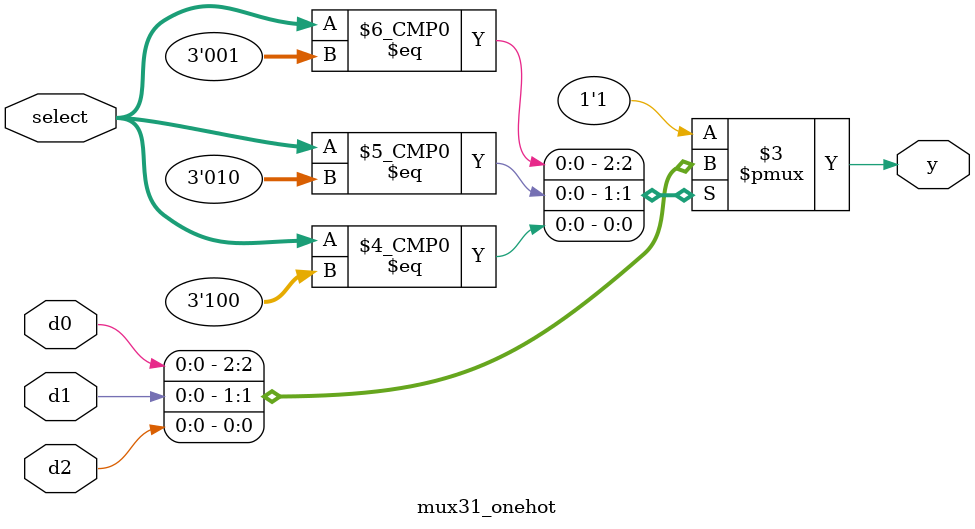
<source format=sv>
module mux31_onehot
    #(
        parameter WIDTH = 1
    )(
        input logic [2:0] select,
        input logic [WIDTH - 1 : 0] d0,
        input logic [WIDTH - 1 : 0] d1,
        input logic [WIDTH - 1 : 0] d2,
        output logic [WIDTH - 1 : 0] y
    );
    always_comb begin
        case (select) 
        3'b001 : y = d0;
        3'b010 : y = d1;
        3'b100 : y = d2;
        default : y = {WIDTH{1'b1}};
        endcase         
    end

endmodule

</source>
